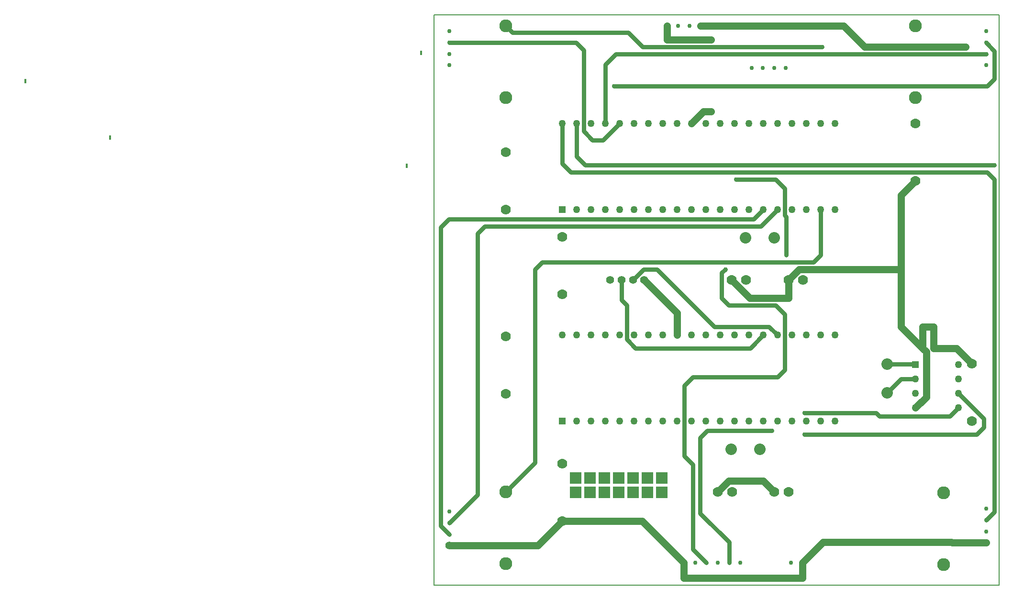
<source format=gbr>
G04 PROTEUS GERBER X2 FILE*
%TF.GenerationSoftware,Labcenter,Proteus,8.6-SP2-Build23525*%
%TF.CreationDate,2018-06-21T20:22:57+00:00*%
%TF.FileFunction,Copper,L1,Top*%
%TF.FilePolarity,Positive*%
%TF.Part,Single*%
%FSLAX45Y45*%
%MOMM*%
G01*
%TA.AperFunction,Conductor*%
%ADD10C,0.762000*%
%ADD11C,1.270000*%
%TA.AperFunction,ViaPad*%
%ADD12C,0.762000*%
%TA.AperFunction,ComponentPad*%
%ADD13R,1.270000X1.270000*%
%ADD14C,1.270000*%
%TA.AperFunction,ComponentPad*%
%ADD15C,1.778000*%
%ADD16C,2.286000*%
%TA.AperFunction,ComponentPad*%
%ADD17C,0.762000*%
%TA.AperFunction,WasherPad*%
%ADD18C,1.397000*%
%TA.AperFunction,ComponentPad*%
%ADD19C,2.032000*%
%TA.AperFunction,ComponentPad*%
%ADD70R,2.032000X2.032000*%
%AMPPAD011*
4,1,20,
-0.005000,0.625000,
0.005000,0.625000,
0.039760,0.621620,
0.071900,0.611880,
0.100810,0.596420,
0.125860,0.575860,
0.146420,0.550810,
0.161880,0.521900,
0.171620,0.489760,
0.175000,0.455000,
0.175000,-0.175000,
-0.175000,-0.175000,
-0.175000,0.455000,
-0.171620,0.489760,
-0.161880,0.521900,
-0.146420,0.550810,
-0.125860,0.575860,
-0.100810,0.596420,
-0.071900,0.611880,
-0.039760,0.621620,
-0.005000,0.625000,
0*%
%TA.AperFunction,ConnectorPad*%
%ADD71PPAD011*%
%TA.AperFunction,Profile*%
%ADD20C,0.203200*%
%TD.AperFunction*%
D10*
X+1560000Y+5250000D02*
X+1263000Y+4953000D01*
X-3619500Y+4953000D01*
X-3746779Y+4825721D01*
X-3746779Y+203221D01*
X-4250000Y-300000D01*
X+2322000Y+5250000D02*
X+2322000Y+4445000D01*
X+2195000Y+4318000D01*
X-2603500Y+4318000D01*
X-2735970Y+4185530D01*
X-2735970Y+764030D01*
X-3250000Y+250000D01*
X+5250000Y-250000D02*
X+5397500Y-102500D01*
X+5397500Y+5778500D01*
X+5270500Y+5905500D01*
X-2095500Y+5905500D01*
X-2250000Y+6060000D01*
X-2250000Y+6774000D01*
X+5397500Y+6032500D02*
X-1841500Y+6032500D01*
X-1996000Y+6187000D01*
X-1996000Y+6774000D01*
X-1333500Y+7429500D02*
X+5270500Y+7429500D01*
X+5397500Y+7556500D01*
X+5397500Y+8052500D01*
X+5250000Y+8200000D01*
X-1488000Y+6774000D02*
X-1488000Y+7810500D01*
X-1298500Y+8000000D01*
X+5250000Y+8000000D01*
X-1234000Y+6774000D02*
X-1531000Y+6477000D01*
X-1714500Y+6477000D01*
X-1869000Y+6631500D01*
X-1869000Y+8064500D01*
X-2004500Y+8200000D01*
X-4250000Y+8200000D01*
X+635000Y+4191000D02*
X+571500Y+4127500D01*
X+571500Y+3683000D01*
X+698500Y+3556000D01*
X+1524000Y+3556000D01*
X+1687000Y+3393000D01*
X+1687000Y+2413000D01*
X+1560000Y+2286000D01*
X+63500Y+2286000D01*
X-91000Y+2131500D01*
X-91000Y+889000D01*
X+63500Y+734500D01*
X+63500Y-763500D01*
X+300000Y-1000000D01*
X+1460500Y+1333500D02*
X+317500Y+1333500D01*
X+190500Y+1206500D01*
X+190500Y-127000D01*
X+700000Y-636500D01*
X+700000Y-1000000D01*
X+825500Y+5778500D02*
X+1524000Y+5778500D01*
X+1687000Y+5615500D01*
X+1687000Y+5143500D01*
X+1714500Y+5116000D01*
X+1714500Y+4445000D01*
X+1306000Y+5250000D02*
X+1136000Y+5080000D01*
X-4254500Y+5080000D01*
X-4398495Y+4936005D01*
X-4398495Y-351505D01*
X-4250000Y-500000D01*
X+2032000Y+1270000D02*
X+5080000Y+1270000D01*
X+5207000Y+1397000D01*
X+5207000Y+1547000D01*
X+4762000Y+1992000D01*
X+1306000Y+3024000D02*
X+1076000Y+2794000D01*
X-952500Y+2794000D01*
X-1107000Y+2948500D01*
X-1107000Y+3556000D01*
X-1200000Y+3649000D01*
X-1200000Y+4000000D01*
X+1560000Y+3024000D02*
X+1409000Y+3175000D01*
X+444500Y+3175000D01*
X-571500Y+4191000D01*
X-809000Y+4191000D01*
X-1000000Y+4000000D01*
X+2032000Y+1651000D02*
X+3302000Y+1651000D01*
X+3365500Y+1587500D01*
X+4611500Y+1587500D01*
X+4762000Y+1738000D01*
X+4000000Y+2500000D02*
X+3992000Y+2508000D01*
X+3500000Y+2508000D01*
X+4000000Y+2246000D02*
X+3746000Y+2246000D01*
X+3500000Y+2000000D01*
D11*
X+4318000Y+2794000D02*
X+4318000Y+3175000D01*
X+4127500Y+3175000D01*
X+4127500Y+2794000D01*
X+3746500Y+4191000D02*
X+3746500Y+3175000D01*
X+4127500Y+2794000D01*
X+4191000Y+2730500D01*
X+4191000Y+1929000D01*
X+4000000Y+1738000D01*
X+5000000Y+2516000D02*
X+4722000Y+2794000D01*
X+4318000Y+2794000D01*
X+750000Y+4000000D02*
X+1067000Y+3683000D01*
X+1750000Y+3683000D01*
X+1750000Y+4000000D01*
X+1941000Y+4191000D01*
X+3746500Y+4191000D01*
X+4000000Y+5750000D02*
X+3746500Y+5496500D01*
X+3746500Y+4191000D01*
X-400000Y+8500000D02*
X-400000Y+8255000D01*
X+381000Y+8255000D01*
X+36000Y+6774000D02*
X+247000Y+6985000D01*
X+381000Y+6985000D01*
X+500000Y+250000D02*
X+694500Y+444500D01*
X+1305500Y+444500D01*
X+1500000Y+250000D01*
X-100000Y-1000000D02*
X-834000Y-266000D01*
X-2250000Y-266000D01*
X+2000000Y-1000000D02*
X+2365000Y-635000D01*
X+4445000Y-635000D01*
X-2250000Y-266000D02*
X-2684000Y-700000D01*
X-4250000Y-700000D01*
X-218000Y+3024000D02*
X-218000Y+3418000D01*
X-800000Y+4000000D01*
X+200000Y+8500000D02*
X+2730500Y+8500000D01*
X+3102500Y+8128000D01*
X+4889500Y+8128000D01*
X+4445000Y-635000D02*
X+4635500Y-635000D01*
X+4650500Y-650000D01*
X+5250000Y-650000D01*
X-100000Y-1000000D02*
X-100000Y-1270000D01*
X+2000000Y-1270000D01*
X+2000000Y-1000000D01*
D10*
X+2349500Y+8128000D02*
X-825500Y+8128000D01*
X-1079500Y+8382000D01*
X-3132000Y+8382000D01*
X-3250000Y+8500000D01*
D12*
X+5397500Y+6032500D03*
X-1333500Y+7429500D03*
X+635000Y+4191000D03*
X+1460500Y+1333500D03*
X+1714500Y+4445000D03*
X+825500Y+5778500D03*
X+2032000Y+1270000D03*
X+2032000Y+1651000D03*
X+381000Y+8255000D03*
X+381000Y+6985000D03*
X+4889500Y+8128000D03*
X+4445000Y-635000D03*
X+2349500Y+8128000D03*
D13*
X-2250000Y+5250000D03*
D14*
X-1996000Y+5250000D03*
X-1742000Y+5250000D03*
X-1488000Y+5250000D03*
X-1234000Y+5250000D03*
X-980000Y+5250000D03*
X-726000Y+5250000D03*
X-472000Y+5250000D03*
X-218000Y+5250000D03*
X+36000Y+5250000D03*
X+290000Y+5250000D03*
X+544000Y+5250000D03*
X+798000Y+5250000D03*
X+1052000Y+5250000D03*
X+1306000Y+5250000D03*
X+1560000Y+5250000D03*
X+1814000Y+5250000D03*
X+2068000Y+5250000D03*
X+2322000Y+5250000D03*
X+2576000Y+5250000D03*
X+2576000Y+6774000D03*
X+2322000Y+6774000D03*
X+2068000Y+6774000D03*
X+1814000Y+6774000D03*
X+1560000Y+6774000D03*
X+1306000Y+6774000D03*
X+1052000Y+6774000D03*
X+798000Y+6774000D03*
X+544000Y+6774000D03*
X+290000Y+6774000D03*
X+36000Y+6774000D03*
X-218000Y+6774000D03*
X-472000Y+6774000D03*
X-726000Y+6774000D03*
X-980000Y+6774000D03*
X-1234000Y+6774000D03*
X-1488000Y+6774000D03*
X-1742000Y+6774000D03*
X-1996000Y+6774000D03*
X-2250000Y+6774000D03*
D13*
X-2250000Y+1500000D03*
D14*
X-1996000Y+1500000D03*
X-1742000Y+1500000D03*
X-1488000Y+1500000D03*
X-1234000Y+1500000D03*
X-980000Y+1500000D03*
X-726000Y+1500000D03*
X-472000Y+1500000D03*
X-218000Y+1500000D03*
X+36000Y+1500000D03*
X+290000Y+1500000D03*
X+544000Y+1500000D03*
X+798000Y+1500000D03*
X+1052000Y+1500000D03*
X+1306000Y+1500000D03*
X+1560000Y+1500000D03*
X+1814000Y+1500000D03*
X+2068000Y+1500000D03*
X+2322000Y+1500000D03*
X+2576000Y+1500000D03*
X+2576000Y+3024000D03*
X+2322000Y+3024000D03*
X+2068000Y+3024000D03*
X+1814000Y+3024000D03*
X+1560000Y+3024000D03*
X+1306000Y+3024000D03*
X+1052000Y+3024000D03*
X+798000Y+3024000D03*
X+544000Y+3024000D03*
X+290000Y+3024000D03*
X+36000Y+3024000D03*
X-218000Y+3024000D03*
X-472000Y+3024000D03*
X-726000Y+3024000D03*
X-980000Y+3024000D03*
X-1234000Y+3024000D03*
X-1488000Y+3024000D03*
X-1742000Y+3024000D03*
X-1996000Y+3024000D03*
X-2250000Y+3024000D03*
D15*
X+750000Y+4000000D03*
X+1004000Y+4000000D03*
X+1750000Y+4000000D03*
X+2004000Y+4000000D03*
X+500000Y+250000D03*
X+754000Y+250000D03*
X+1500000Y+250000D03*
X+1754000Y+250000D03*
D16*
X+4000000Y+8500000D03*
X+4000000Y+7230000D03*
X-3250000Y+8500000D03*
X-3250000Y+7230000D03*
X+4500000Y+230000D03*
X+4500000Y-1040000D03*
X-3250000Y+250000D03*
X-3250000Y-1020000D03*
D17*
X+200000Y+8500000D03*
X+0Y+8500000D03*
X-200000Y+8500000D03*
X-400000Y+8500000D03*
X-4250000Y+7800000D03*
X-4250000Y+8000000D03*
X-4250000Y+8200000D03*
X-4250000Y+8400000D03*
X+5250000Y+7800000D03*
X+5250000Y+8000000D03*
X+5250000Y+8200000D03*
X+5250000Y+8400000D03*
X+5250000Y-650000D03*
X+5250000Y-450000D03*
X+5250000Y-250000D03*
X+5250000Y-50000D03*
D18*
X-4250000Y-700000D03*
D17*
X-4250000Y-500000D03*
X-4250000Y-300000D03*
X-4250000Y-100000D03*
D18*
X-800000Y+4000000D03*
X-1000000Y+4000000D03*
X-1200000Y+4000000D03*
X-1400000Y+4000000D03*
D17*
X+900000Y-1000000D03*
X+700000Y-1000000D03*
X+500000Y-1000000D03*
X+300000Y-1000000D03*
X+100000Y-1000000D03*
X-100000Y-1000000D03*
D15*
X-2250000Y+3750000D03*
X-2250000Y+4766000D03*
X-3250000Y+5250000D03*
X-3250000Y+6266000D03*
X+4000000Y+5750000D03*
X+4000000Y+6766000D03*
X+5000000Y+2516000D03*
X+5000000Y+1500000D03*
X-3250000Y+3000000D03*
X-3250000Y+1984000D03*
X-2250000Y+750000D03*
X-2250000Y-266000D03*
D19*
X+1500000Y+4750000D03*
X+992000Y+4750000D03*
X+1250000Y+1000000D03*
X+742000Y+1000000D03*
D17*
X+2000000Y-1000000D03*
X+1800000Y-1000000D03*
D70*
X-2016000Y+246000D03*
X-1762000Y+246000D03*
X-1508000Y+246000D03*
X-1254000Y+246000D03*
X-1000000Y+246000D03*
X-746000Y+246000D03*
X-492000Y+246000D03*
X-492000Y+500000D03*
X-746000Y+500000D03*
X-1000000Y+500000D03*
X-1254000Y+500000D03*
X-1508000Y+500000D03*
X-1762000Y+500000D03*
X-2016000Y+500000D03*
D13*
X+4000000Y+2500000D03*
D14*
X+4000000Y+2246000D03*
X+4000000Y+1992000D03*
X+4000000Y+1738000D03*
X+4762000Y+1738000D03*
X+4762000Y+1992000D03*
X+4762000Y+2246000D03*
X+4762000Y+2500000D03*
D19*
X+3500000Y+2000000D03*
X+3500000Y+2508000D03*
D71*
X-5000000Y+6000000D03*
X-10250000Y+6500000D03*
X-11750000Y+7500000D03*
X-4750000Y+8000000D03*
D17*
X+1700000Y+7750000D03*
X+1500000Y+7750000D03*
X+1300000Y+7750000D03*
X+1100000Y+7750000D03*
D20*
X-4520000Y-1400000D02*
X+5480000Y-1400000D01*
X+5480000Y+8690000D01*
X-4520000Y+8690000D01*
X-4520000Y-1400000D01*
M02*

</source>
